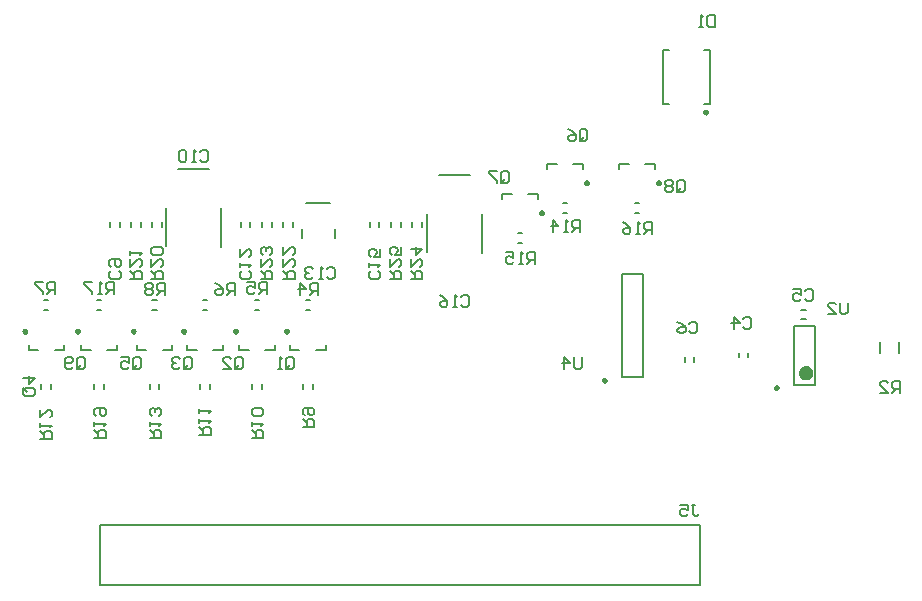
<source format=gbo>
%FSTAX23Y23*%
%MOIN*%
%SFA1B1*%

%IPPOS*%
%ADD12C,0.007870*%
%ADD15C,0.023620*%
%ADD51C,0.009840*%
%ADD52C,0.005910*%
%LNrpiadapterpcb-1*%
%LPD*%
G54D12*
X02878Y00863D02*
Y00897D01*
X02942Y00863D02*
Y00897D01*
X02592Y00756D02*
Y00953D01*
X02663Y00756D02*
Y00953D01*
X02592Y00756D02*
X02663D01*
X02592Y00953D02*
X02663D01*
X00913Y00872D02*
Y00888D01*
Y00872D02*
X00944D01*
X01031D02*
Y00888D01*
X00999Y00872D02*
X01031D01*
X00743D02*
Y00888D01*
Y00872D02*
X00775D01*
X00862D02*
Y00888D01*
X0083Y00872D02*
X00862D01*
X0057D02*
Y00888D01*
Y00872D02*
X00602D01*
X00688D02*
Y00888D01*
X00657Y00872D02*
X00688D01*
X00041D02*
Y00888D01*
Y00872D02*
X00072D01*
X00159D02*
Y00888D01*
X00128Y00872D02*
X00159D01*
X00402D02*
Y00888D01*
Y00872D02*
X00433D01*
X0052D02*
Y00888D01*
X00488Y00872D02*
X0052D01*
X00217D02*
Y00888D01*
Y00872D02*
X00248D01*
X00335D02*
Y00888D01*
X00303Y00872D02*
X00335D01*
X00292Y00743D02*
Y00757D01*
X0026Y00743D02*
Y00757D01*
X00477Y00743D02*
Y00757D01*
X00445Y00743D02*
Y00757D01*
X00116Y00743D02*
Y00757D01*
X00084Y00743D02*
Y00757D01*
X00645Y00743D02*
Y00757D01*
X00613Y00743D02*
Y00757D01*
X00988Y00743D02*
Y00757D01*
X00956Y00743D02*
Y00757D01*
X00819Y00743D02*
Y00757D01*
X00787Y00743D02*
Y00757D01*
X01823Y01329D02*
X01837D01*
X01823Y01361D02*
X01837D01*
X01739Y01376D02*
Y01392D01*
X01707D02*
X01739D01*
X0162Y01376D02*
Y01392D01*
X01652*
X01673Y01229D02*
X01687D01*
X01673Y01261D02*
X01687D01*
X02129Y01476D02*
Y01492D01*
X02097D02*
X02129D01*
X0201Y01476D02*
Y01492D01*
X02042*
X02063Y01329D02*
X02077D01*
X02063Y01361D02*
X02077D01*
X02156Y01872D02*
X02176D01*
X02156Y01691D02*
X02176D01*
X02293Y01872D02*
X02313D01*
X02293Y01691D02*
X02313D01*
X02156D02*
Y01872D01*
X02313Y01691D02*
Y01872D01*
X02279Y00087D02*
Y00287D01*
X00279D02*
X02279D01*
X00279Y00087D02*
X02279D01*
X00279D02*
Y00287D01*
X0226Y00832D02*
Y00847D01*
X02229Y00832D02*
Y00847D01*
X02019Y01126D02*
X0209D01*
X02019Y00783D02*
X0209D01*
Y01126*
X02019Y00783D02*
Y01126D01*
X00965Y01006D02*
X00979D01*
X00965Y01038D02*
X00979D01*
X00796Y01006D02*
X0081D01*
X00796Y01038D02*
X0081D01*
X00622Y01006D02*
X00636D01*
X00622Y01038D02*
X00636D01*
X00093Y01006D02*
X00107D01*
X00093Y01038D02*
X00107D01*
X00269Y01006D02*
X00283D01*
X00269Y01038D02*
X00283D01*
X00454Y01006D02*
X00468D01*
X00454Y01038D02*
X00468D01*
X01889Y01476D02*
Y01492D01*
X01857D02*
X01889D01*
X0177Y01476D02*
Y01492D01*
X01802*
X02409Y00847D02*
Y00862D01*
X0244Y00847D02*
Y00862D01*
X02617Y01005D02*
X02632D01*
X02617Y00974D02*
X02632D01*
X00314Y01282D02*
Y01297D01*
X00345Y01282D02*
Y01297D01*
X00749Y01282D02*
Y01297D01*
X0078Y01282D02*
Y01297D01*
X01179Y01282D02*
Y01297D01*
X0121Y01282D02*
Y01297D01*
X00951Y01244D02*
Y01275D01*
X01061Y01244D02*
Y01275D01*
X00965Y01361D02*
X01047D01*
X00454Y01283D02*
Y01297D01*
X00486Y01283D02*
Y01297D01*
X00416Y01283D02*
Y01297D01*
X00384Y01283D02*
Y01297D01*
X00889Y01283D02*
Y01297D01*
X00921Y01283D02*
Y01297D01*
X00851Y01283D02*
Y01297D01*
X00819Y01283D02*
Y01297D01*
X01319Y01283D02*
Y01297D01*
X01351Y01283D02*
Y01297D01*
X01281Y01283D02*
Y01297D01*
X01249Y01283D02*
Y01297D01*
X00539Y01474D02*
X00642D01*
X005Y01217D02*
Y01344D01*
X00681Y01215D02*
Y01345D01*
X01409Y01454D02*
X01512D01*
X0137Y01197D02*
Y01324D01*
X01551Y01195D02*
Y01325D01*
G54D15*
X02643Y00795D02*
D01*
X02643Y00796*
X02643Y00797*
X02643Y00798*
X02643Y00799*
X02642Y00799*
X02642Y008*
X02642Y00801*
X02641Y00802*
X02641Y00802*
X0264Y00803*
X0264Y00804*
X02639Y00804*
X02639Y00805*
X02638Y00805*
X02637Y00806*
X02636Y00806*
X02636Y00806*
X02635Y00807*
X02634Y00807*
X02633Y00807*
X02632Y00807*
X02632Y00807*
X02631*
X0263Y00807*
X02629Y00807*
X02628Y00807*
X02628Y00807*
X02627Y00806*
X02626Y00806*
X02625Y00806*
X02625Y00805*
X02624Y00805*
X02623Y00804*
X02623Y00804*
X02622Y00803*
X02622Y00802*
X02621Y00802*
X02621Y00801*
X0262Y008*
X0262Y00799*
X0262Y00799*
X0262Y00798*
X0262Y00797*
X02619Y00796*
X02619Y00795*
X02619Y00795*
X0262Y00794*
X0262Y00793*
X0262Y00792*
X0262Y00791*
X0262Y00791*
X02621Y0079*
X02621Y00789*
X02622Y00788*
X02622Y00788*
X02623Y00787*
X02623Y00787*
X02624Y00786*
X02625Y00786*
X02625Y00785*
X02626Y00785*
X02627Y00784*
X02628Y00784*
X02628Y00784*
X02629Y00784*
X0263Y00784*
X02631Y00784*
X02632*
X02632Y00784*
X02633Y00784*
X02634Y00784*
X02635Y00784*
X02636Y00784*
X02636Y00785*
X02637Y00785*
X02638Y00786*
X02639Y00786*
X02639Y00787*
X0264Y00787*
X0264Y00788*
X02641Y00788*
X02641Y00789*
X02642Y0079*
X02642Y00791*
X02642Y00791*
X02643Y00792*
X02643Y00793*
X02643Y00794*
X02643Y00795*
X02643Y00795*
G54D51*
X02538Y00746D02*
D01*
X02538Y00746*
X02538Y00747*
X02538Y00747*
X02538Y00747*
X02537Y00748*
X02537Y00748*
X02537Y00748*
X02537Y00749*
X02537Y00749*
X02537Y00749*
X02536Y00749*
X02536Y0075*
X02536Y0075*
X02536Y0075*
X02535Y0075*
X02535Y0075*
X02535Y00751*
X02534Y00751*
X02534Y00751*
X02534Y00751*
X02533Y00751*
X02533Y00751*
X02533*
X02532Y00751*
X02532Y00751*
X02532Y00751*
X02531Y00751*
X02531Y00751*
X02531Y0075*
X0253Y0075*
X0253Y0075*
X0253Y0075*
X0253Y0075*
X02529Y00749*
X02529Y00749*
X02529Y00749*
X02529Y00749*
X02528Y00748*
X02528Y00748*
X02528Y00748*
X02528Y00747*
X02528Y00747*
X02528Y00747*
X02528Y00746*
X02528Y00746*
X02528Y00746*
X02528Y00745*
X02528Y00745*
X02528Y00745*
X02528Y00744*
X02528Y00744*
X02528Y00744*
X02529Y00743*
X02529Y00743*
X02529Y00743*
X02529Y00743*
X0253Y00742*
X0253Y00742*
X0253Y00742*
X0253Y00742*
X02531Y00742*
X02531Y00741*
X02531Y00741*
X02532Y00741*
X02532Y00741*
X02532Y00741*
X02533Y00741*
X02533*
X02533Y00741*
X02534Y00741*
X02534Y00741*
X02534Y00741*
X02535Y00741*
X02535Y00742*
X02535Y00742*
X02536Y00742*
X02536Y00742*
X02536Y00742*
X02536Y00743*
X02537Y00743*
X02537Y00743*
X02537Y00743*
X02537Y00744*
X02537Y00744*
X02537Y00744*
X02538Y00745*
X02538Y00745*
X02538Y00745*
X02538Y00746*
X02538Y00746*
X00906Y00935D02*
D01*
X00906Y00935*
X00906Y00936*
X00906Y00936*
X00906Y00936*
X00906Y00937*
X00905Y00937*
X00905Y00937*
X00905Y00938*
X00905Y00938*
X00905Y00938*
X00904Y00938*
X00904Y00939*
X00904Y00939*
X00904Y00939*
X00903Y00939*
X00903Y00939*
X00903Y00939*
X00902Y0094*
X00902Y0094*
X00902Y0094*
X00901Y0094*
X00901Y0094*
X00901*
X009Y0094*
X009Y0094*
X009Y0094*
X00899Y0094*
X00899Y00939*
X00899Y00939*
X00899Y00939*
X00898Y00939*
X00898Y00939*
X00898Y00939*
X00897Y00938*
X00897Y00938*
X00897Y00938*
X00897Y00938*
X00897Y00937*
X00896Y00937*
X00896Y00937*
X00896Y00936*
X00896Y00936*
X00896Y00936*
X00896Y00935*
X00896Y00935*
X00896Y00935*
X00896Y00934*
X00896Y00934*
X00896Y00934*
X00896Y00933*
X00896Y00933*
X00897Y00933*
X00897Y00932*
X00897Y00932*
X00897Y00932*
X00897Y00932*
X00898Y00931*
X00898Y00931*
X00898Y00931*
X00899Y00931*
X00899Y00931*
X00899Y0093*
X00899Y0093*
X009Y0093*
X009Y0093*
X009Y0093*
X00901Y0093*
X00901*
X00901Y0093*
X00902Y0093*
X00902Y0093*
X00902Y0093*
X00903Y0093*
X00903Y00931*
X00903Y00931*
X00904Y00931*
X00904Y00931*
X00904Y00931*
X00904Y00932*
X00905Y00932*
X00905Y00932*
X00905Y00932*
X00905Y00933*
X00905Y00933*
X00906Y00933*
X00906Y00934*
X00906Y00934*
X00906Y00934*
X00906Y00935*
X00906Y00935*
X00737D02*
D01*
X00737Y00935*
X00737Y00936*
X00736Y00936*
X00736Y00936*
X00736Y00937*
X00736Y00937*
X00736Y00937*
X00736Y00938*
X00736Y00938*
X00735Y00938*
X00735Y00938*
X00735Y00939*
X00735Y00939*
X00734Y00939*
X00734Y00939*
X00734Y00939*
X00734Y00939*
X00733Y0094*
X00733Y0094*
X00733Y0094*
X00732Y0094*
X00732Y0094*
X00731*
X00731Y0094*
X00731Y0094*
X0073Y0094*
X0073Y0094*
X0073Y00939*
X0073Y00939*
X00729Y00939*
X00729Y00939*
X00729Y00939*
X00728Y00939*
X00728Y00938*
X00728Y00938*
X00728Y00938*
X00727Y00938*
X00727Y00937*
X00727Y00937*
X00727Y00937*
X00727Y00936*
X00727Y00936*
X00727Y00936*
X00727Y00935*
X00727Y00935*
X00727Y00935*
X00727Y00934*
X00727Y00934*
X00727Y00934*
X00727Y00933*
X00727Y00933*
X00727Y00933*
X00727Y00932*
X00728Y00932*
X00728Y00932*
X00728Y00932*
X00728Y00931*
X00729Y00931*
X00729Y00931*
X00729Y00931*
X0073Y00931*
X0073Y0093*
X0073Y0093*
X0073Y0093*
X00731Y0093*
X00731Y0093*
X00731Y0093*
X00732*
X00732Y0093*
X00733Y0093*
X00733Y0093*
X00733Y0093*
X00734Y0093*
X00734Y00931*
X00734Y00931*
X00734Y00931*
X00735Y00931*
X00735Y00931*
X00735Y00932*
X00735Y00932*
X00736Y00932*
X00736Y00932*
X00736Y00933*
X00736Y00933*
X00736Y00933*
X00736Y00934*
X00736Y00934*
X00737Y00934*
X00737Y00935*
X00737Y00935*
X00563D02*
D01*
X00563Y00935*
X00563Y00936*
X00563Y00936*
X00563Y00936*
X00563Y00937*
X00563Y00937*
X00563Y00937*
X00563Y00938*
X00562Y00938*
X00562Y00938*
X00562Y00938*
X00562Y00939*
X00561Y00939*
X00561Y00939*
X00561Y00939*
X00561Y00939*
X0056Y00939*
X0056Y0094*
X0056Y0094*
X00559Y0094*
X00559Y0094*
X00559Y0094*
X00558*
X00558Y0094*
X00558Y0094*
X00557Y0094*
X00557Y0094*
X00557Y00939*
X00556Y00939*
X00556Y00939*
X00556Y00939*
X00555Y00939*
X00555Y00939*
X00555Y00938*
X00555Y00938*
X00554Y00938*
X00554Y00938*
X00554Y00937*
X00554Y00937*
X00554Y00937*
X00554Y00936*
X00554Y00936*
X00554Y00936*
X00554Y00935*
X00554Y00935*
X00554Y00935*
X00554Y00934*
X00554Y00934*
X00554Y00934*
X00554Y00933*
X00554Y00933*
X00554Y00933*
X00554Y00932*
X00554Y00932*
X00555Y00932*
X00555Y00932*
X00555Y00931*
X00555Y00931*
X00556Y00931*
X00556Y00931*
X00556Y00931*
X00557Y0093*
X00557Y0093*
X00557Y0093*
X00558Y0093*
X00558Y0093*
X00558Y0093*
X00559*
X00559Y0093*
X00559Y0093*
X0056Y0093*
X0056Y0093*
X0056Y0093*
X00561Y00931*
X00561Y00931*
X00561Y00931*
X00561Y00931*
X00562Y00931*
X00562Y00932*
X00562Y00932*
X00562Y00932*
X00563Y00932*
X00563Y00933*
X00563Y00933*
X00563Y00933*
X00563Y00934*
X00563Y00934*
X00563Y00934*
X00563Y00935*
X00563Y00935*
X00034D02*
D01*
X00034Y00935*
X00034Y00936*
X00034Y00936*
X00034Y00936*
X00034Y00937*
X00034Y00937*
X00033Y00937*
X00033Y00938*
X00033Y00938*
X00033Y00938*
X00033Y00938*
X00032Y00939*
X00032Y00939*
X00032Y00939*
X00032Y00939*
X00031Y00939*
X00031Y00939*
X00031Y0094*
X0003Y0094*
X0003Y0094*
X0003Y0094*
X00029Y0094*
X00029*
X00029Y0094*
X00028Y0094*
X00028Y0094*
X00028Y0094*
X00027Y00939*
X00027Y00939*
X00027Y00939*
X00026Y00939*
X00026Y00939*
X00026Y00939*
X00026Y00938*
X00025Y00938*
X00025Y00938*
X00025Y00938*
X00025Y00937*
X00025Y00937*
X00025Y00937*
X00024Y00936*
X00024Y00936*
X00024Y00936*
X00024Y00935*
X00024Y00935*
X00024Y00935*
X00024Y00934*
X00024Y00934*
X00024Y00934*
X00025Y00933*
X00025Y00933*
X00025Y00933*
X00025Y00932*
X00025Y00932*
X00025Y00932*
X00026Y00932*
X00026Y00931*
X00026Y00931*
X00026Y00931*
X00027Y00931*
X00027Y00931*
X00027Y0093*
X00028Y0093*
X00028Y0093*
X00028Y0093*
X00029Y0093*
X00029Y0093*
X00029*
X0003Y0093*
X0003Y0093*
X0003Y0093*
X00031Y0093*
X00031Y0093*
X00031Y00931*
X00032Y00931*
X00032Y00931*
X00032Y00931*
X00032Y00931*
X00033Y00932*
X00033Y00932*
X00033Y00932*
X00033Y00932*
X00033Y00933*
X00034Y00933*
X00034Y00933*
X00034Y00934*
X00034Y00934*
X00034Y00934*
X00034Y00935*
X00034Y00935*
X00395D02*
D01*
X00395Y00935*
X00395Y00936*
X00395Y00936*
X00395Y00936*
X00394Y00937*
X00394Y00937*
X00394Y00937*
X00394Y00938*
X00394Y00938*
X00394Y00938*
X00393Y00938*
X00393Y00939*
X00393Y00939*
X00393Y00939*
X00392Y00939*
X00392Y00939*
X00392Y00939*
X00391Y0094*
X00391Y0094*
X00391Y0094*
X0039Y0094*
X0039Y0094*
X0039*
X00389Y0094*
X00389Y0094*
X00389Y0094*
X00388Y0094*
X00388Y00939*
X00388Y00939*
X00387Y00939*
X00387Y00939*
X00387Y00939*
X00387Y00939*
X00386Y00938*
X00386Y00938*
X00386Y00938*
X00386Y00938*
X00386Y00937*
X00385Y00937*
X00385Y00937*
X00385Y00936*
X00385Y00936*
X00385Y00936*
X00385Y00935*
X00385Y00935*
X00385Y00935*
X00385Y00934*
X00385Y00934*
X00385Y00934*
X00385Y00933*
X00385Y00933*
X00386Y00933*
X00386Y00932*
X00386Y00932*
X00386Y00932*
X00386Y00932*
X00387Y00931*
X00387Y00931*
X00387Y00931*
X00387Y00931*
X00388Y00931*
X00388Y0093*
X00388Y0093*
X00389Y0093*
X00389Y0093*
X00389Y0093*
X0039Y0093*
X0039*
X0039Y0093*
X00391Y0093*
X00391Y0093*
X00391Y0093*
X00392Y0093*
X00392Y00931*
X00392Y00931*
X00393Y00931*
X00393Y00931*
X00393Y00931*
X00393Y00932*
X00394Y00932*
X00394Y00932*
X00394Y00932*
X00394Y00933*
X00394Y00933*
X00394Y00933*
X00395Y00934*
X00395Y00934*
X00395Y00934*
X00395Y00935*
X00395Y00935*
X0021D02*
D01*
X0021Y00935*
X0021Y00936*
X0021Y00936*
X0021Y00936*
X00209Y00937*
X00209Y00937*
X00209Y00937*
X00209Y00938*
X00209Y00938*
X00209Y00938*
X00208Y00938*
X00208Y00939*
X00208Y00939*
X00208Y00939*
X00207Y00939*
X00207Y00939*
X00207Y00939*
X00206Y0094*
X00206Y0094*
X00206Y0094*
X00205Y0094*
X00205Y0094*
X00205*
X00204Y0094*
X00204Y0094*
X00204Y0094*
X00203Y0094*
X00203Y00939*
X00203Y00939*
X00202Y00939*
X00202Y00939*
X00202Y00939*
X00202Y00939*
X00201Y00938*
X00201Y00938*
X00201Y00938*
X00201Y00938*
X002Y00937*
X002Y00937*
X002Y00937*
X002Y00936*
X002Y00936*
X002Y00936*
X002Y00935*
X002Y00935*
X002Y00935*
X002Y00934*
X002Y00934*
X002Y00934*
X002Y00933*
X002Y00933*
X002Y00933*
X00201Y00932*
X00201Y00932*
X00201Y00932*
X00201Y00932*
X00202Y00931*
X00202Y00931*
X00202Y00931*
X00202Y00931*
X00203Y00931*
X00203Y0093*
X00203Y0093*
X00204Y0093*
X00204Y0093*
X00204Y0093*
X00205Y0093*
X00205*
X00205Y0093*
X00206Y0093*
X00206Y0093*
X00206Y0093*
X00207Y0093*
X00207Y00931*
X00207Y00931*
X00208Y00931*
X00208Y00931*
X00208Y00931*
X00208Y00932*
X00209Y00932*
X00209Y00932*
X00209Y00932*
X00209Y00933*
X00209Y00933*
X00209Y00933*
X0021Y00934*
X0021Y00934*
X0021Y00934*
X0021Y00935*
X0021Y00935*
X01755Y01329D02*
D01*
X01755Y01329*
X01755Y0133*
X01755Y0133*
X01755Y0133*
X01755Y01331*
X01755Y01331*
X01755Y01331*
X01755Y01332*
X01754Y01332*
X01754Y01332*
X01754Y01332*
X01754Y01333*
X01753Y01333*
X01753Y01333*
X01753Y01333*
X01753Y01333*
X01752Y01334*
X01752Y01334*
X01752Y01334*
X01751Y01334*
X01751Y01334*
X01751Y01334*
X0175*
X0175Y01334*
X0175Y01334*
X01749Y01334*
X01749Y01334*
X01749Y01334*
X01748Y01333*
X01748Y01333*
X01748Y01333*
X01747Y01333*
X01747Y01333*
X01747Y01332*
X01747Y01332*
X01746Y01332*
X01746Y01332*
X01746Y01331*
X01746Y01331*
X01746Y01331*
X01746Y0133*
X01746Y0133*
X01745Y0133*
X01745Y01329*
X01745Y01329*
X01745Y01329*
X01745Y01328*
X01746Y01328*
X01746Y01328*
X01746Y01327*
X01746Y01327*
X01746Y01327*
X01746Y01326*
X01746Y01326*
X01747Y01326*
X01747Y01326*
X01747Y01325*
X01747Y01325*
X01748Y01325*
X01748Y01325*
X01748Y01325*
X01749Y01325*
X01749Y01324*
X01749Y01324*
X0175Y01324*
X0175Y01324*
X0175Y01324*
X01751*
X01751Y01324*
X01751Y01324*
X01752Y01324*
X01752Y01324*
X01752Y01325*
X01753Y01325*
X01753Y01325*
X01753Y01325*
X01753Y01325*
X01754Y01325*
X01754Y01326*
X01754Y01326*
X01754Y01326*
X01755Y01326*
X01755Y01327*
X01755Y01327*
X01755Y01327*
X01755Y01328*
X01755Y01328*
X01755Y01328*
X01755Y01329*
X01755Y01329*
X02145Y01429D02*
D01*
X02145Y01429*
X02145Y0143*
X02145Y0143*
X02145Y0143*
X02145Y01431*
X02145Y01431*
X02145Y01431*
X02145Y01432*
X02144Y01432*
X02144Y01432*
X02144Y01432*
X02144Y01433*
X02143Y01433*
X02143Y01433*
X02143Y01433*
X02143Y01433*
X02142Y01434*
X02142Y01434*
X02142Y01434*
X02141Y01434*
X02141Y01434*
X02141Y01434*
X0214*
X0214Y01434*
X0214Y01434*
X02139Y01434*
X02139Y01434*
X02139Y01434*
X02138Y01433*
X02138Y01433*
X02138Y01433*
X02137Y01433*
X02137Y01433*
X02137Y01432*
X02137Y01432*
X02136Y01432*
X02136Y01432*
X02136Y01431*
X02136Y01431*
X02136Y01431*
X02136Y0143*
X02136Y0143*
X02135Y0143*
X02135Y01429*
X02135Y01429*
X02135Y01429*
X02135Y01428*
X02136Y01428*
X02136Y01428*
X02136Y01427*
X02136Y01427*
X02136Y01427*
X02136Y01426*
X02136Y01426*
X02137Y01426*
X02137Y01426*
X02137Y01425*
X02137Y01425*
X02138Y01425*
X02138Y01425*
X02138Y01425*
X02139Y01425*
X02139Y01424*
X02139Y01424*
X0214Y01424*
X0214Y01424*
X0214Y01424*
X02141*
X02141Y01424*
X02141Y01424*
X02142Y01424*
X02142Y01424*
X02142Y01425*
X02143Y01425*
X02143Y01425*
X02143Y01425*
X02143Y01425*
X02144Y01425*
X02144Y01426*
X02144Y01426*
X02144Y01426*
X02145Y01426*
X02145Y01427*
X02145Y01427*
X02145Y01427*
X02145Y01428*
X02145Y01428*
X02145Y01428*
X02145Y01429*
X02145Y01429*
X02304Y01665D02*
D01*
X02304Y01666*
X02304Y01666*
X02304Y01666*
X02304Y01667*
X02304Y01667*
X02303Y01667*
X02303Y01668*
X02303Y01668*
X02303Y01668*
X02303Y01668*
X02302Y01669*
X02302Y01669*
X02302Y01669*
X02302Y01669*
X02301Y0167*
X02301Y0167*
X02301Y0167*
X023Y0167*
X023Y0167*
X023Y0167*
X02299Y0167*
X02299Y0167*
X02299*
X02298Y0167*
X02298Y0167*
X02298Y0167*
X02297Y0167*
X02297Y0167*
X02297Y0167*
X02296Y0167*
X02296Y01669*
X02296Y01669*
X02296Y01669*
X02295Y01669*
X02295Y01668*
X02295Y01668*
X02295Y01668*
X02295Y01668*
X02294Y01667*
X02294Y01667*
X02294Y01667*
X02294Y01666*
X02294Y01666*
X02294Y01666*
X02294Y01665*
X02294Y01665*
X02294Y01665*
X02294Y01664*
X02294Y01664*
X02294Y01664*
X02294Y01663*
X02295Y01663*
X02295Y01663*
X02295Y01662*
X02295Y01662*
X02295Y01662*
X02296Y01662*
X02296Y01661*
X02296Y01661*
X02296Y01661*
X02297Y01661*
X02297Y01661*
X02297Y01661*
X02298Y01661*
X02298Y0166*
X02298Y0166*
X02299Y0166*
X02299*
X02299Y0166*
X023Y0166*
X023Y01661*
X023Y01661*
X02301Y01661*
X02301Y01661*
X02301Y01661*
X02302Y01661*
X02302Y01661*
X02302Y01662*
X02302Y01662*
X02303Y01662*
X02303Y01662*
X02303Y01663*
X02303Y01663*
X02303Y01663*
X02304Y01664*
X02304Y01664*
X02304Y01664*
X02304Y01665*
X02304Y01665*
X02304Y01665*
X01965Y00771D02*
D01*
X01965Y00771*
X01965Y00772*
X01965Y00772*
X01965Y00772*
X01965Y00773*
X01965Y00773*
X01964Y00773*
X01964Y00774*
X01964Y00774*
X01964Y00774*
X01964Y00774*
X01963Y00775*
X01963Y00775*
X01963Y00775*
X01962Y00775*
X01962Y00775*
X01962Y00776*
X01962Y00776*
X01961Y00776*
X01961Y00776*
X01961Y00776*
X0196Y00776*
X0196*
X01959Y00776*
X01959Y00776*
X01959Y00776*
X01958Y00776*
X01958Y00776*
X01958Y00775*
X01958Y00775*
X01957Y00775*
X01957Y00775*
X01957Y00775*
X01956Y00774*
X01956Y00774*
X01956Y00774*
X01956Y00774*
X01956Y00773*
X01956Y00773*
X01955Y00773*
X01955Y00772*
X01955Y00772*
X01955Y00772*
X01955Y00771*
X01955Y00771*
X01955Y00771*
X01955Y0077*
X01955Y0077*
X01955Y0077*
X01955Y00769*
X01956Y00769*
X01956Y00769*
X01956Y00768*
X01956Y00768*
X01956Y00768*
X01956Y00768*
X01957Y00767*
X01957Y00767*
X01957Y00767*
X01958Y00767*
X01958Y00767*
X01958Y00766*
X01958Y00766*
X01959Y00766*
X01959Y00766*
X01959Y00766*
X0196Y00766*
X0196*
X01961Y00766*
X01961Y00766*
X01961Y00766*
X01962Y00766*
X01962Y00766*
X01962Y00767*
X01962Y00767*
X01963Y00767*
X01963Y00767*
X01963Y00767*
X01964Y00768*
X01964Y00768*
X01964Y00768*
X01964Y00768*
X01964Y00769*
X01965Y00769*
X01965Y00769*
X01965Y0077*
X01965Y0077*
X01965Y0077*
X01965Y00771*
X01965Y00771*
X01905Y01429D02*
D01*
X01905Y01429*
X01905Y0143*
X01905Y0143*
X01905Y0143*
X01905Y01431*
X01905Y01431*
X01905Y01431*
X01905Y01432*
X01904Y01432*
X01904Y01432*
X01904Y01432*
X01904Y01433*
X01903Y01433*
X01903Y01433*
X01903Y01433*
X01903Y01433*
X01902Y01434*
X01902Y01434*
X01902Y01434*
X01901Y01434*
X01901Y01434*
X01901Y01434*
X019*
X019Y01434*
X019Y01434*
X01899Y01434*
X01899Y01434*
X01899Y01434*
X01898Y01433*
X01898Y01433*
X01898Y01433*
X01897Y01433*
X01897Y01433*
X01897Y01432*
X01897Y01432*
X01896Y01432*
X01896Y01432*
X01896Y01431*
X01896Y01431*
X01896Y01431*
X01896Y0143*
X01896Y0143*
X01895Y0143*
X01895Y01429*
X01895Y01429*
X01895Y01429*
X01895Y01428*
X01896Y01428*
X01896Y01428*
X01896Y01427*
X01896Y01427*
X01896Y01427*
X01896Y01426*
X01896Y01426*
X01897Y01426*
X01897Y01426*
X01897Y01425*
X01897Y01425*
X01898Y01425*
X01898Y01425*
X01898Y01425*
X01899Y01425*
X01899Y01424*
X01899Y01424*
X019Y01424*
X019Y01424*
X019Y01424*
X01901*
X01901Y01424*
X01901Y01424*
X01902Y01424*
X01902Y01424*
X01902Y01425*
X01903Y01425*
X01903Y01425*
X01903Y01425*
X01903Y01425*
X01904Y01425*
X01904Y01426*
X01904Y01426*
X01904Y01426*
X01905Y01426*
X01905Y01427*
X01905Y01427*
X01905Y01427*
X01905Y01428*
X01905Y01428*
X01905Y01428*
X01905Y01429*
X01905Y01429*
G54D52*
X02945Y0073D02*
Y00769D01*
X02925*
X02918Y00762*
Y00749*
X02925Y00743*
X02945*
X02931D02*
X02918Y0073D01*
X02879D02*
X02905D01*
X02879Y00756*
Y00762*
X02885Y00769*
X02899*
X02905Y00762*
X01885Y00849D02*
Y00816D01*
X01878Y0081*
X01865*
X01858Y00816*
Y00849*
X01825Y0081D02*
Y00849D01*
X01845Y00829*
X01819*
X02771Y0103D02*
Y00998D01*
X02764Y00991*
X02751*
X02745Y00998*
Y0103*
X02705Y00991D02*
X02732D01*
X02705Y01017*
Y01024*
X02712Y0103*
X02725*
X02732Y01024*
X01245Y0111D02*
X01284D01*
Y01129*
X01277Y01136*
X01264*
X01258Y01129*
Y0111*
Y01123D02*
X01245Y01136D01*
Y01175D02*
Y01149D01*
X01271Y01175*
X01277*
X01284Y01169*
Y01155*
X01277Y01149*
X01284Y01214D02*
Y01188D01*
X01264*
X01271Y01201*
Y01208*
X01264Y01214*
X01251*
X01245Y01208*
Y01195*
X01251Y01188*
X01315Y0111D02*
X01354D01*
Y01129*
X01347Y01136*
X01334*
X01328Y01129*
Y0111*
Y01123D02*
X01315Y01136D01*
Y01175D02*
Y01149D01*
X01341Y01175*
X01347*
X01354Y01169*
Y01155*
X01347Y01149*
X01315Y01208D02*
X01354D01*
X01334Y01188*
Y01214*
X00815Y0111D02*
X00854D01*
Y01129*
X00847Y01136*
X00834*
X00828Y01129*
Y0111*
Y01123D02*
X00815Y01136D01*
Y01175D02*
Y01149D01*
X00841Y01175*
X00847*
X00854Y01169*
Y01155*
X00847Y01149*
Y01188D02*
X00854Y01195D01*
Y01208*
X00847Y01214*
X00841*
X00834Y01208*
Y01201*
Y01208*
X00828Y01214*
X00821*
X00815Y01208*
Y01195*
X00821Y01188*
X0089Y0111D02*
X00929D01*
Y01129*
X00922Y01136*
X00909*
X00903Y01129*
Y0111*
Y01123D02*
X0089Y01136D01*
Y01175D02*
Y01149D01*
X00916Y01175*
X00922*
X00929Y01169*
Y01155*
X00922Y01149*
X0089Y01214D02*
Y01188D01*
X00916Y01214*
X00922*
X00929Y01208*
Y01195*
X00922Y01188*
X0038Y0111D02*
X00419D01*
Y01129*
X00412Y01136*
X00399*
X00393Y01129*
Y0111*
Y01123D02*
X0038Y01136D01*
Y01175D02*
Y01149D01*
X00406Y01175*
X00412*
X00419Y01169*
Y01155*
X00412Y01149*
X0038Y01188D02*
Y01201D01*
Y01195*
X00419*
X00412Y01188*
X0045Y0111D02*
X00489D01*
Y01129*
X00482Y01136*
X00469*
X00463Y01129*
Y0111*
Y01123D02*
X0045Y01136D01*
Y01175D02*
Y01149D01*
X00476Y01175*
X00482*
X00489Y01169*
Y01155*
X00482Y01149*
Y01188D02*
X00489Y01195D01*
Y01208*
X00482Y01214*
X00456*
X0045Y01208*
Y01195*
X00456Y01188*
X00482*
X00445Y0058D02*
X00484D01*
Y00599*
X00477Y00606*
X00464*
X00458Y00599*
Y0058*
Y00593D02*
X00445Y00606D01*
Y00619D02*
Y00632D01*
Y00625*
X00484*
X00477Y00619*
Y00652D02*
X00484Y00658D01*
Y00671*
X00477Y00678*
X00471*
X00464Y00671*
Y00665*
Y00671*
X00458Y00678*
X00451*
X00445Y00671*
Y00658*
X00451Y00652*
X00495Y01055D02*
Y01094D01*
X00475*
X00468Y01087*
Y01074*
X00475Y01068*
X00495*
X00481D02*
X00468Y01055D01*
X00455Y01087D02*
X00449Y01094D01*
X00435*
X00429Y01087*
Y01081*
X00435Y01074*
X00429Y01068*
Y01061*
X00435Y01055*
X00449*
X00455Y01061*
Y01068*
X00449Y01074*
X00455Y01081*
Y01087*
X00449Y01074D02*
X00435D01*
X0026Y0058D02*
X00299D01*
Y00599*
X00292Y00606*
X00279*
X00273Y00599*
Y0058*
Y00593D02*
X0026Y00606D01*
Y00619D02*
Y00632D01*
Y00625*
X00299*
X00292Y00619*
X00266Y00652D02*
X0026Y00658D01*
Y00671*
X00266Y00678*
X00292*
X00299Y00671*
Y00658*
X00292Y00652*
X00286*
X00279Y00658*
Y00678*
X00325Y0106D02*
Y01099D01*
X00305*
X00298Y01092*
Y01079*
X00305Y01073*
X00325*
X00311D02*
X00298Y0106D01*
X00285D02*
X00272D01*
X00279*
Y01099*
X00285Y01092*
X00252Y01099D02*
X00226D01*
Y01092*
X00252Y01066*
Y0106*
X0008Y00575D02*
X00119D01*
Y00594*
X00112Y00601*
X00099*
X00093Y00594*
Y00575*
Y00588D02*
X0008Y00601D01*
Y00614D02*
Y00627D01*
Y0062*
X00119*
X00112Y00614*
X0008Y00673D02*
Y00647D01*
X00106Y00673*
X00112*
X00119Y00666*
Y00653*
X00112Y00647*
X0013Y0106D02*
Y01099D01*
X0011*
X00103Y01092*
Y01079*
X0011Y01073*
X0013*
X00116D02*
X00103Y0106D01*
X0009Y01099D02*
X00064D01*
Y01092*
X0009Y01066*
Y0106*
X0061Y0059D02*
X00649D01*
Y00609*
X00642Y00616*
X00629*
X00623Y00609*
Y0059*
Y00603D02*
X0061Y00616D01*
Y00629D02*
Y00642D01*
Y00635*
X00649*
X00642Y00629*
X0061Y00662D02*
Y00675D01*
Y00668*
X00649*
X00642Y00662*
X0073Y01055D02*
Y01094D01*
X0071*
X00703Y01087*
Y01074*
X0071Y01068*
X0073*
X00716D02*
X00703Y01055D01*
X00664Y01094D02*
X00677Y01087D01*
X0069Y01074*
Y01061*
X00684Y01055*
X0067*
X00664Y01061*
Y01068*
X0067Y01074*
X0069*
X0212Y0126D02*
Y01299D01*
X021*
X02093Y01292*
Y01279*
X021Y01273*
X0212*
X02106D02*
X02093Y0126D01*
X0208D02*
X02067D01*
X02074*
Y01299*
X0208Y01292*
X02021Y01299D02*
X02034Y01292D01*
X02047Y01279*
Y01266*
X02041Y0126*
X02028*
X02021Y01266*
Y01273*
X02028Y01279*
X02047*
X00785Y0058D02*
X00824D01*
Y00599*
X00817Y00606*
X00804*
X00798Y00599*
Y0058*
Y00593D02*
X00785Y00606D01*
Y00619D02*
Y00632D01*
Y00625*
X00824*
X00817Y00619*
Y00652D02*
X00824Y00658D01*
Y00671*
X00817Y00678*
X00791*
X00785Y00671*
Y00658*
X00791Y00652*
X00817*
X00835Y0106D02*
Y01099D01*
X00815*
X00808Y01092*
Y01079*
X00815Y01073*
X00835*
X00821D02*
X00808Y0106D01*
X00769Y01099D02*
X00795D01*
Y01079*
X00782Y01086*
X00775*
X00769Y01079*
Y01066*
X00775Y0106*
X00789*
X00795Y01066*
X0173Y0116D02*
Y01199D01*
X0171*
X01703Y01192*
Y01179*
X0171Y01173*
X0173*
X01716D02*
X01703Y0116D01*
X0169D02*
X01677D01*
X01684*
Y01199*
X0169Y01192*
X01631Y01199D02*
X01657D01*
Y01179*
X01644Y01186*
X01638*
X01631Y01179*
Y01166*
X01638Y0116*
X01651*
X01657Y01166*
X00955Y00615D02*
X00994D01*
Y00634*
X00987Y00641*
X00974*
X00968Y00634*
Y00615*
Y00628D02*
X00955Y00641D01*
X00961Y00654D02*
X00955Y0066D01*
Y00674*
X00961Y0068*
X00987*
X00994Y00674*
Y0066*
X00987Y00654*
X00981*
X00974Y0066*
Y0068*
X01005Y01055D02*
Y01094D01*
X00985*
X00978Y01087*
Y01074*
X00985Y01068*
X01005*
X00991D02*
X00978Y01055D01*
X00945D02*
Y01094D01*
X00965Y01074*
X00939*
X0188Y01265D02*
Y01304D01*
X0186*
X01853Y01297*
Y01284*
X0186Y01278*
X0188*
X01866D02*
X01853Y01265D01*
X0184D02*
X01827D01*
X01834*
Y01304*
X0184Y01297*
X01788Y01265D02*
Y01304D01*
X01807Y01284*
X01781*
X00388Y00816D02*
Y00842D01*
X00395Y00849*
X00408*
X00415Y00842*
Y00816*
X00408Y0081*
X00395*
X00401Y00823D02*
X00388Y0081D01*
X00395D02*
X00388Y00816D01*
X00349Y00849D02*
X00375D01*
Y00829*
X00362Y00836*
X00355*
X00349Y00829*
Y00816*
X00355Y0081*
X00369*
X00375Y00816*
X00203D02*
Y00842D01*
X0021Y00849*
X00223*
X0023Y00842*
Y00816*
X00223Y0081*
X0021*
X00216Y00823D02*
X00203Y0081D01*
X0021D02*
X00203Y00816D01*
X0019D02*
X00184Y0081D01*
X0017*
X00164Y00816*
Y00842*
X0017Y00849*
X00184*
X0019Y00842*
Y00836*
X00184Y00829*
X00164*
X00029Y00746D02*
X00055D01*
X00062Y00739*
Y00726*
X00055Y0072*
X00029*
X00023Y00726*
Y00739*
X00036Y00733D02*
X00023Y00746D01*
Y00739D02*
X00029Y00746D01*
X00023Y00779D02*
X00062D01*
X00042Y00759*
Y00785*
X00558Y00816D02*
Y00842D01*
X00565Y00849*
X00578*
X00585Y00842*
Y00816*
X00578Y0081*
X00565*
X00571Y00823D02*
X00558Y0081D01*
X00565D02*
X00558Y00816D01*
X00545Y00842D02*
X00539Y00849D01*
X00525*
X00519Y00842*
Y00836*
X00525Y00829*
X00532*
X00525*
X00519Y00823*
Y00816*
X00525Y0081*
X00539*
X00545Y00816*
X02203Y01406D02*
Y01432D01*
X0221Y01439*
X02223*
X0223Y01432*
Y01406*
X02223Y014*
X0221*
X02216Y01413D02*
X02203Y014D01*
X0221D02*
X02203Y01406D01*
X0219Y01432D02*
X02184Y01439D01*
X0217*
X02164Y01432*
Y01426*
X0217Y01419*
X02164Y01413*
Y01406*
X0217Y014*
X02184*
X0219Y01406*
Y01413*
X02184Y01419*
X0219Y01426*
Y01432*
X02184Y01419D02*
X0217D01*
X00728Y00816D02*
Y00842D01*
X00735Y00849*
X00748*
X00755Y00842*
Y00816*
X00748Y0081*
X00735*
X00741Y00823D02*
X00728Y0081D01*
X00735D02*
X00728Y00816D01*
X00689Y0081D02*
X00715D01*
X00689Y00836*
Y00842*
X00695Y00849*
X00709*
X00715Y00842*
X01616Y01436D02*
Y01462D01*
X01622Y01469*
X01636*
X01642Y01462*
Y01436*
X01636Y0143*
X01622*
X01629Y01443D02*
X01616Y0143D01*
X01622D02*
X01616Y01436D01*
X01603Y01469D02*
X01577D01*
Y01462*
X01603Y01436*
Y0143*
X00898Y00816D02*
Y00842D01*
X00905Y00849*
X00918*
X00925Y00842*
Y00816*
X00918Y0081*
X00905*
X00911Y00823D02*
X00898Y0081D01*
X00905D02*
X00898Y00816D01*
X00885Y0081D02*
X00872D01*
X00879*
Y00849*
X00885Y00842*
X01878Y01576D02*
Y01602D01*
X01884Y01608*
X01897*
X01904Y01602*
Y01576*
X01897Y01569*
X01884*
X01891Y01582D02*
X01878Y01569D01*
X01884D02*
X01878Y01576D01*
X01838Y01608D02*
X01852Y01602D01*
X01865Y01589*
Y01576*
X01858Y01569*
X01845*
X01838Y01576*
Y01582*
X01845Y01589*
X01865*
X02251Y00356D02*
X02264D01*
X02257*
Y00324*
X02264Y00317*
X0227*
X02277Y00324*
X02211Y00356D02*
X02238D01*
Y00337*
X02225Y00343*
X02218*
X02211Y00337*
Y00324*
X02218Y00317*
X02231*
X02238Y00324*
X02328Y01989D02*
Y0195D01*
X02308*
X02302Y01956*
Y01983*
X02308Y01989*
X02328*
X02288Y0195D02*
X02275D01*
X02282*
Y01989*
X02288Y01983*
X01483Y01047D02*
X0149Y01054D01*
X01503*
X0151Y01047*
Y01021*
X01503Y01015*
X0149*
X01483Y01021*
X0147Y01015D02*
X01457D01*
X01464*
Y01054*
X0147Y01047*
X01411Y01054D02*
X01424Y01047D01*
X01437Y01034*
Y01021*
X01431Y01015*
X01418*
X01411Y01021*
Y01028*
X01418Y01034*
X01437*
X01035Y01142D02*
X01041Y01149D01*
X01054*
X01061Y01142*
Y01116*
X01054Y0111*
X01041*
X01035Y01116*
X01022Y0111D02*
X01009D01*
X01015*
Y01149*
X01022Y01142*
X00989D02*
X00982Y01149D01*
X00969*
X00963Y01142*
Y01136*
X00969Y01129*
X00976*
X00969*
X00963Y01123*
Y01116*
X00969Y0111*
X00982*
X00989Y01116*
X00613Y01532D02*
X0062Y01539D01*
X00633*
X0064Y01532*
Y01506*
X00633Y015*
X0062*
X00613Y01506*
X006Y015D02*
X00587D01*
X00594*
Y01539*
X006Y01532*
X00567D02*
X00561Y01539D01*
X00548*
X00541Y01532*
Y01506*
X00548Y015*
X00561*
X00567Y01506*
Y01532*
X01207Y01136D02*
X01214Y01129D01*
Y01116*
X01207Y0111*
X01181*
X01175Y01116*
Y01129*
X01181Y01136*
X01175Y01149D02*
Y01162D01*
Y01155*
X01214*
X01207Y01149*
X01214Y01208D02*
Y01182D01*
X01194*
X01201Y01195*
Y01201*
X01194Y01208*
X01181*
X01175Y01201*
Y01188*
X01181Y01182*
X00777Y01136D02*
X00784Y01129D01*
Y01116*
X00777Y0111*
X00751*
X00745Y01116*
Y01129*
X00751Y01136*
X00745Y01149D02*
Y01162D01*
Y01155*
X00784*
X00777Y01149*
X00745Y01208D02*
Y01182D01*
X00771Y01208*
X00777*
X00784Y01201*
Y01188*
X00777Y01182*
X00342Y01136D02*
X00349Y01129D01*
Y01116*
X00342Y0111*
X00316*
X0031Y01116*
Y01129*
X00316Y01136*
Y01149D02*
X0031Y01155D01*
Y01169*
X00316Y01175*
X00342*
X00349Y01169*
Y01155*
X00342Y01149*
X00336*
X00329Y01155*
Y01175*
X02244Y0096D02*
X0225Y00966D01*
X02263*
X0227Y0096*
Y00934*
X02263Y00927*
X0225*
X02244Y00934*
X02204Y00966D02*
X02218Y0096D01*
X02231Y00947*
Y00934*
X02224Y00927*
X02211*
X02204Y00934*
Y0094*
X02211Y00947*
X02231*
X02628Y01067D02*
X02635Y01074D01*
X02648*
X02655Y01067*
Y01041*
X02648Y01035*
X02635*
X02628Y01041*
X02589Y01074D02*
X02615D01*
Y01054*
X02602Y01061*
X02595*
X02589Y01054*
Y01041*
X02595Y01035*
X02609*
X02615Y01041*
X02424Y00975D02*
X0243Y00981D01*
X02443*
X0245Y00975*
Y00949*
X02443Y00942*
X0243*
X02424Y00949*
X02391Y00942D02*
Y00981D01*
X02411Y00962*
X02384*
M02*
</source>
